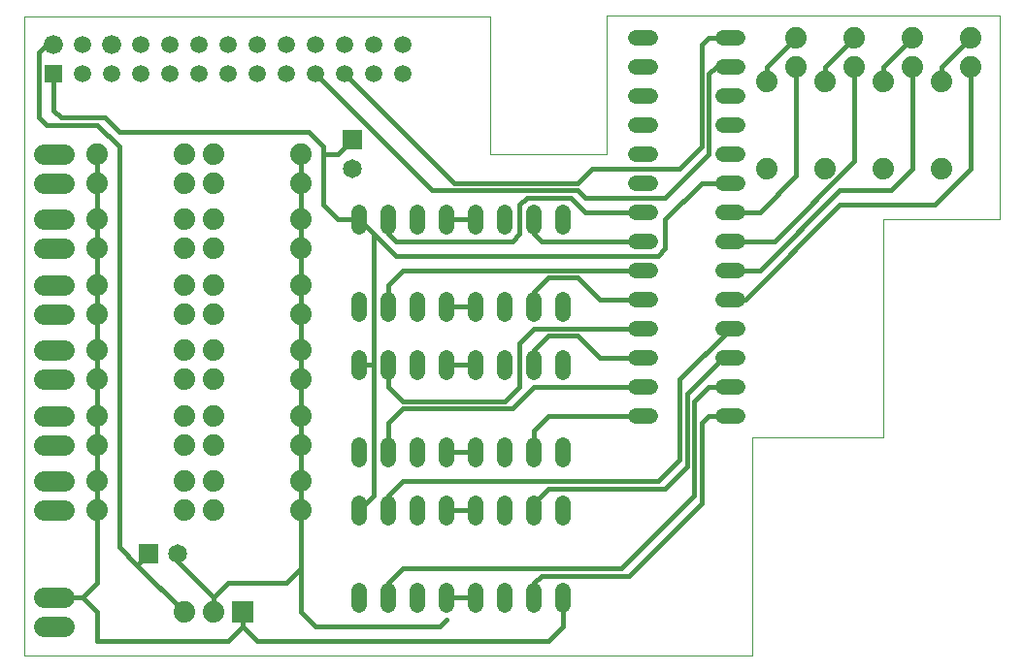
<source format=gtl>
G75*
%MOIN*%
%OFA0B0*%
%FSLAX24Y24*%
%IPPOS*%
%LPD*%
%AMOC8*
5,1,8,0,0,1.08239X$1,22.5*
%
%ADD10C,0.0000*%
%ADD11R,0.0594X0.0594*%
%ADD12C,0.0660*%
%ADD13C,0.0594*%
%ADD14C,0.0520*%
%ADD15C,0.0709*%
%ADD16C,0.0740*%
%ADD17R,0.0740X0.0740*%
%ADD18R,0.0650X0.0650*%
%ADD19C,0.0650*%
%ADD20C,0.0160*%
D10*
X005960Y000558D02*
X005960Y022554D01*
X021960Y022554D01*
X021960Y017808D01*
X025960Y017808D01*
X025960Y022558D01*
X039460Y022558D01*
X039460Y015558D01*
X035460Y015558D01*
X035460Y008058D01*
X030960Y008058D01*
X030960Y000558D01*
X005960Y000558D01*
D11*
X006960Y020558D03*
D12*
X006960Y021558D03*
X008960Y021558D03*
D13*
X009960Y021558D03*
X010960Y021558D03*
X011960Y021558D03*
X012960Y021558D03*
X013960Y021558D03*
X014960Y021558D03*
X015960Y021558D03*
X016960Y021558D03*
X017960Y021558D03*
X018960Y021558D03*
X018960Y020558D03*
X017960Y020558D03*
X016960Y020558D03*
X015960Y020558D03*
X014960Y020558D03*
X013960Y020558D03*
X012960Y020558D03*
X011960Y020558D03*
X010960Y020558D03*
X009960Y020558D03*
X008960Y020558D03*
X007960Y020558D03*
X007960Y021558D03*
D14*
X017460Y015818D02*
X017460Y015298D01*
X018460Y015298D02*
X018460Y015818D01*
X019460Y015818D02*
X019460Y015298D01*
X020460Y015298D02*
X020460Y015818D01*
X021460Y015818D02*
X021460Y015298D01*
X022460Y015298D02*
X022460Y015818D01*
X023460Y015818D02*
X023460Y015298D01*
X024460Y015298D02*
X024460Y015818D01*
X026950Y015808D02*
X027470Y015808D01*
X027470Y014808D02*
X026950Y014808D01*
X026950Y013808D02*
X027470Y013808D01*
X027470Y012808D02*
X026950Y012808D01*
X026950Y011808D02*
X027470Y011808D01*
X027470Y010808D02*
X026950Y010808D01*
X026950Y009808D02*
X027470Y009808D01*
X027470Y008808D02*
X026950Y008808D01*
X024460Y007818D02*
X024460Y007298D01*
X023460Y007298D02*
X023460Y007818D01*
X022460Y007818D02*
X022460Y007298D01*
X021460Y007298D02*
X021460Y007818D01*
X020460Y007818D02*
X020460Y007298D01*
X019460Y007298D02*
X019460Y007818D01*
X018460Y007818D02*
X018460Y007298D01*
X017460Y007298D02*
X017460Y007818D01*
X017460Y005818D02*
X017460Y005298D01*
X018460Y005298D02*
X018460Y005818D01*
X019460Y005818D02*
X019460Y005298D01*
X020460Y005298D02*
X020460Y005818D01*
X021460Y005818D02*
X021460Y005298D01*
X022460Y005298D02*
X022460Y005818D01*
X023460Y005818D02*
X023460Y005298D01*
X024460Y005298D02*
X024460Y005818D01*
X024460Y002818D02*
X024460Y002298D01*
X023460Y002298D02*
X023460Y002818D01*
X022460Y002818D02*
X022460Y002298D01*
X021460Y002298D02*
X021460Y002818D01*
X020460Y002818D02*
X020460Y002298D01*
X019460Y002298D02*
X019460Y002818D01*
X018460Y002818D02*
X018460Y002298D01*
X017460Y002298D02*
X017460Y002818D01*
X017460Y010298D02*
X017460Y010818D01*
X018460Y010818D02*
X018460Y010298D01*
X019460Y010298D02*
X019460Y010818D01*
X020460Y010818D02*
X020460Y010298D01*
X021460Y010298D02*
X021460Y010818D01*
X022460Y010818D02*
X022460Y010298D01*
X023460Y010298D02*
X023460Y010818D01*
X024460Y010818D02*
X024460Y010298D01*
X024460Y012298D02*
X024460Y012818D01*
X023460Y012818D02*
X023460Y012298D01*
X022460Y012298D02*
X022460Y012818D01*
X021460Y012818D02*
X021460Y012298D01*
X020460Y012298D02*
X020460Y012818D01*
X019460Y012818D02*
X019460Y012298D01*
X018460Y012298D02*
X018460Y012818D01*
X017460Y012818D02*
X017460Y012298D01*
X026950Y016808D02*
X027470Y016808D01*
X027470Y017808D02*
X026950Y017808D01*
X026950Y018808D02*
X027470Y018808D01*
X027470Y019808D02*
X026950Y019808D01*
X026950Y020808D02*
X027470Y020808D01*
X027470Y021808D02*
X026950Y021808D01*
X029950Y021808D02*
X030470Y021808D01*
X030470Y020808D02*
X029950Y020808D01*
X029950Y019808D02*
X030470Y019808D01*
X030470Y018808D02*
X029950Y018808D01*
X029950Y017808D02*
X030470Y017808D01*
X030470Y016808D02*
X029950Y016808D01*
X029950Y015808D02*
X030470Y015808D01*
X030470Y014808D02*
X029950Y014808D01*
X029950Y013808D02*
X030470Y013808D01*
X030470Y012808D02*
X029950Y012808D01*
X029950Y011808D02*
X030470Y011808D01*
X030470Y010808D02*
X029950Y010808D01*
X029950Y009808D02*
X030470Y009808D01*
X030470Y008808D02*
X029950Y008808D01*
D15*
X007315Y008808D02*
X006606Y008808D01*
X006606Y007808D02*
X007315Y007808D01*
X007315Y006558D02*
X006606Y006558D01*
X006606Y005558D02*
X007315Y005558D01*
X007315Y002558D02*
X006606Y002558D01*
X006606Y001558D02*
X007315Y001558D01*
X007315Y010058D02*
X006606Y010058D01*
X006606Y011058D02*
X007315Y011058D01*
X007315Y012308D02*
X006606Y012308D01*
X006606Y013308D02*
X007315Y013308D01*
X007315Y014558D02*
X006606Y014558D01*
X006606Y015558D02*
X007315Y015558D01*
X007315Y016808D02*
X006606Y016808D01*
X006606Y017808D02*
X007315Y017808D01*
D16*
X008460Y017808D03*
X008460Y016808D03*
X008460Y015558D03*
X008460Y014558D03*
X008460Y013308D03*
X008460Y012308D03*
X008460Y011058D03*
X008460Y010058D03*
X008460Y008808D03*
X008460Y007808D03*
X008460Y006558D03*
X008460Y005558D03*
X011460Y005558D03*
X012460Y005558D03*
X012460Y006558D03*
X011460Y006558D03*
X011460Y007808D03*
X012460Y007808D03*
X012460Y008808D03*
X011460Y008808D03*
X011460Y010058D03*
X012460Y010058D03*
X012460Y011058D03*
X011460Y011058D03*
X011460Y012308D03*
X012460Y012308D03*
X012460Y013308D03*
X011460Y013308D03*
X011460Y014558D03*
X012460Y014558D03*
X012460Y015558D03*
X011460Y015558D03*
X011460Y016808D03*
X012460Y016808D03*
X012460Y017808D03*
X011460Y017808D03*
X015460Y017808D03*
X015460Y016808D03*
X015460Y015558D03*
X015460Y014558D03*
X015460Y013308D03*
X015460Y012308D03*
X015460Y011058D03*
X015460Y010058D03*
X015460Y008808D03*
X015460Y007808D03*
X015460Y006558D03*
X015460Y005558D03*
X012460Y002058D03*
X011460Y002058D03*
X031460Y017308D03*
X033460Y017308D03*
X035460Y017308D03*
X037460Y017308D03*
X037460Y020308D03*
X036460Y020808D03*
X035460Y020308D03*
X034460Y020808D03*
X033460Y020308D03*
X032460Y020808D03*
X031460Y020308D03*
X032460Y021808D03*
X034460Y021808D03*
X036460Y021808D03*
X038460Y021808D03*
X038460Y020808D03*
D17*
X013460Y002058D03*
D18*
X010210Y004058D03*
X017210Y018308D03*
D19*
X017210Y017308D03*
X011210Y004058D03*
D20*
X011210Y003808D01*
X012460Y002558D01*
X012960Y003058D01*
X014960Y003058D01*
X015460Y003558D01*
X015460Y002058D01*
X015960Y001558D01*
X020210Y001558D01*
X020460Y001808D01*
X020460Y002558D02*
X021460Y002558D01*
X023460Y002558D02*
X023460Y003058D01*
X023710Y003308D01*
X026710Y003308D01*
X029210Y005808D01*
X029210Y008558D01*
X029460Y008808D01*
X030210Y008808D01*
X029460Y009808D02*
X028960Y009308D01*
X028960Y006058D01*
X026460Y003558D01*
X018960Y003558D01*
X018460Y003058D01*
X018460Y002558D01*
X015460Y003558D02*
X015460Y005558D01*
X015460Y014558D01*
X015460Y013308D01*
X015460Y012308D01*
X015460Y011058D01*
X015460Y010058D01*
X015460Y008808D01*
X015460Y007808D01*
X015460Y006558D01*
X015460Y005558D01*
X017460Y005558D02*
X017960Y006058D01*
X017960Y010558D01*
X017960Y015058D01*
X018710Y014308D01*
X027710Y014308D01*
X027960Y014558D01*
X027960Y015558D01*
X029210Y016808D01*
X030210Y016808D01*
X030210Y015808D02*
X031210Y015808D01*
X032460Y017058D01*
X032460Y020808D01*
X033460Y020808D02*
X033460Y020308D01*
X033460Y020808D02*
X034460Y021808D01*
X034460Y020808D02*
X034460Y017558D01*
X031710Y014808D01*
X030210Y014808D01*
X030210Y013808D02*
X031210Y013808D01*
X033960Y016558D01*
X035710Y016558D01*
X036460Y017308D01*
X036460Y020808D01*
X035460Y020808D02*
X035460Y020308D01*
X035460Y020808D02*
X036460Y021808D01*
X037460Y020808D02*
X038460Y021808D01*
X038460Y020808D02*
X038460Y017308D01*
X037210Y016058D01*
X033960Y016058D01*
X030710Y012808D01*
X030210Y012808D01*
X030210Y011808D02*
X028460Y010058D01*
X028460Y007308D01*
X027710Y006558D01*
X018960Y006558D01*
X018460Y006058D01*
X018460Y005558D01*
X020460Y005558D02*
X021460Y005558D01*
X023460Y005558D02*
X023460Y005808D01*
X023960Y006308D01*
X027960Y006308D01*
X028710Y007058D01*
X028710Y009558D01*
X029960Y010808D01*
X030210Y010808D01*
X030210Y009808D02*
X029460Y009808D01*
X027210Y009808D02*
X023460Y009808D01*
X022710Y009058D01*
X018960Y009058D01*
X018460Y008558D01*
X018460Y007558D01*
X020460Y007558D02*
X021460Y007558D01*
X023460Y007558D02*
X023460Y008308D01*
X023960Y008808D01*
X027210Y008808D01*
X027210Y010808D02*
X025710Y010808D01*
X024960Y011558D01*
X023960Y011558D01*
X023460Y011058D01*
X023460Y010558D01*
X022960Y009808D02*
X022460Y009308D01*
X018960Y009308D01*
X018460Y009808D01*
X018460Y010558D01*
X017960Y010558D02*
X017460Y010558D01*
X020460Y010558D02*
X021460Y010558D01*
X022960Y011308D02*
X022960Y009808D01*
X022960Y011308D02*
X023460Y011808D01*
X027210Y011808D01*
X027210Y012808D02*
X025710Y012808D01*
X024960Y013558D01*
X023960Y013558D01*
X023460Y013058D01*
X023460Y012558D01*
X021460Y012558D02*
X020460Y012558D01*
X018960Y013808D02*
X018460Y013308D01*
X018460Y012558D01*
X018960Y013808D02*
X027210Y013808D01*
X027210Y014808D02*
X023710Y014808D01*
X023460Y015058D01*
X023460Y015558D01*
X022960Y015058D02*
X022710Y014808D01*
X018710Y014808D01*
X018460Y015058D01*
X018460Y015558D01*
X017960Y015058D02*
X017460Y015558D01*
X016710Y015558D01*
X016210Y016058D01*
X016210Y017808D01*
X016710Y017808D01*
X017210Y018308D01*
X016210Y018058D02*
X016210Y017808D01*
X016210Y018058D02*
X015710Y018558D01*
X009210Y018558D01*
X008710Y019058D01*
X007210Y019058D01*
X006960Y019308D01*
X006960Y020558D01*
X006460Y021308D02*
X006710Y021558D01*
X006960Y021558D01*
X006460Y021308D02*
X006460Y019058D01*
X006710Y018808D01*
X008460Y018808D01*
X009210Y018058D01*
X009210Y004308D01*
X009835Y003683D01*
X010210Y004058D01*
X009835Y003683D02*
X011460Y002058D01*
X012460Y002058D02*
X012460Y002558D01*
X013460Y002058D02*
X013460Y001558D01*
X013960Y001058D01*
X023960Y001058D01*
X024460Y001558D01*
X024460Y002558D01*
X013460Y001558D02*
X012960Y001058D01*
X008460Y001058D01*
X008460Y002058D01*
X007960Y002558D01*
X006960Y002558D01*
X007960Y002558D02*
X008460Y003058D01*
X008460Y005558D01*
X008460Y006558D01*
X008460Y007808D01*
X008460Y008808D01*
X008460Y010058D01*
X008460Y011058D01*
X008460Y012308D01*
X008460Y013308D01*
X008460Y014558D01*
X008460Y015558D01*
X008460Y016808D01*
X008460Y017808D01*
X015460Y017808D02*
X015460Y016808D01*
X015460Y015558D01*
X015460Y014558D01*
X019960Y016558D02*
X024960Y016558D01*
X025210Y016308D01*
X027960Y016308D01*
X029460Y017808D01*
X029460Y020558D01*
X029710Y020808D01*
X030210Y020808D01*
X029210Y021558D02*
X029460Y021808D01*
X030210Y021808D01*
X029210Y021558D02*
X029210Y018058D01*
X028460Y017308D01*
X025460Y017308D01*
X024960Y016808D01*
X020710Y016808D01*
X016960Y020558D01*
X015960Y020558D02*
X019960Y016558D01*
X020460Y015558D02*
X021460Y015558D01*
X022960Y016058D02*
X022960Y015058D01*
X022960Y016058D02*
X023210Y016308D01*
X024710Y016308D01*
X025210Y015808D01*
X027210Y015808D01*
X031460Y020308D02*
X031460Y020808D01*
X032460Y021808D01*
X037460Y020808D02*
X037460Y020308D01*
M02*

</source>
